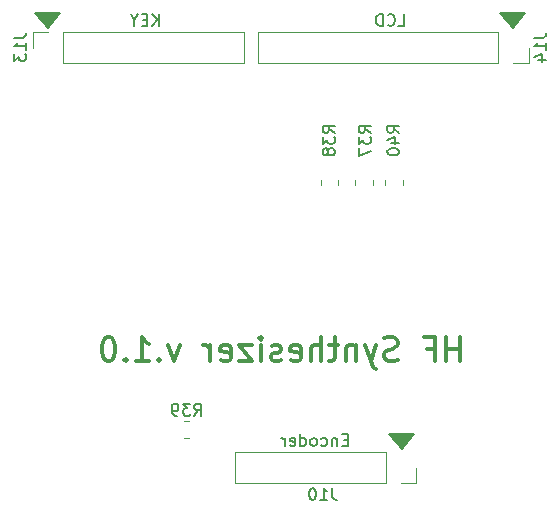
<source format=gbo>
%TF.GenerationSoftware,KiCad,Pcbnew,(6.0.8)*%
%TF.CreationDate,2023-01-11T18:12:54+05:00*%
%TF.ProjectId,SyntPIC,53796e74-5049-4432-9e6b-696361645f70,rev?*%
%TF.SameCoordinates,Original*%
%TF.FileFunction,Legend,Bot*%
%TF.FilePolarity,Positive*%
%FSLAX46Y46*%
G04 Gerber Fmt 4.6, Leading zero omitted, Abs format (unit mm)*
G04 Created by KiCad (PCBNEW (6.0.8)) date 2023-01-11 18:12:54*
%MOMM*%
%LPD*%
G01*
G04 APERTURE LIST*
%ADD10C,0.150000*%
%ADD11C,0.300000*%
%ADD12C,0.120000*%
G04 APERTURE END LIST*
D10*
G36*
X217963378Y-134086870D02*
G01*
X216865000Y-132830600D01*
X219024000Y-132830600D01*
X217963378Y-134086870D01*
G37*
X217963378Y-134086870D02*
X216865000Y-132830600D01*
X219024000Y-132830600D01*
X217963378Y-134086870D01*
G36*
X227361378Y-98435270D02*
G01*
X226263000Y-97179000D01*
X228422000Y-97179000D01*
X227361378Y-98435270D01*
G37*
X227361378Y-98435270D02*
X226263000Y-97179000D01*
X228422000Y-97179000D01*
X227361378Y-98435270D01*
G36*
X187991378Y-98435270D02*
G01*
X186893000Y-97179000D01*
X189052000Y-97179000D01*
X187991378Y-98435270D01*
G37*
X187991378Y-98435270D02*
X186893000Y-97179000D01*
X189052000Y-97179000D01*
X187991378Y-98435270D01*
D11*
X222867238Y-126634761D02*
X222867238Y-124634761D01*
X222867238Y-125587142D02*
X221724380Y-125587142D01*
X221724380Y-126634761D02*
X221724380Y-124634761D01*
X220105333Y-125587142D02*
X220772000Y-125587142D01*
X220772000Y-126634761D02*
X220772000Y-124634761D01*
X219819619Y-124634761D01*
X217629142Y-126539523D02*
X217343428Y-126634761D01*
X216867238Y-126634761D01*
X216676761Y-126539523D01*
X216581523Y-126444285D01*
X216486285Y-126253809D01*
X216486285Y-126063333D01*
X216581523Y-125872857D01*
X216676761Y-125777619D01*
X216867238Y-125682380D01*
X217248190Y-125587142D01*
X217438666Y-125491904D01*
X217533904Y-125396666D01*
X217629142Y-125206190D01*
X217629142Y-125015714D01*
X217533904Y-124825238D01*
X217438666Y-124730000D01*
X217248190Y-124634761D01*
X216772000Y-124634761D01*
X216486285Y-124730000D01*
X215819619Y-125301428D02*
X215343428Y-126634761D01*
X214867238Y-125301428D02*
X215343428Y-126634761D01*
X215533904Y-127110952D01*
X215629142Y-127206190D01*
X215819619Y-127301428D01*
X214105333Y-125301428D02*
X214105333Y-126634761D01*
X214105333Y-125491904D02*
X214010095Y-125396666D01*
X213819619Y-125301428D01*
X213533904Y-125301428D01*
X213343428Y-125396666D01*
X213248190Y-125587142D01*
X213248190Y-126634761D01*
X212581523Y-125301428D02*
X211819619Y-125301428D01*
X212295809Y-124634761D02*
X212295809Y-126349047D01*
X212200571Y-126539523D01*
X212010095Y-126634761D01*
X211819619Y-126634761D01*
X211152952Y-126634761D02*
X211152952Y-124634761D01*
X210295809Y-126634761D02*
X210295809Y-125587142D01*
X210391047Y-125396666D01*
X210581523Y-125301428D01*
X210867238Y-125301428D01*
X211057714Y-125396666D01*
X211152952Y-125491904D01*
X208581523Y-126539523D02*
X208772000Y-126634761D01*
X209152952Y-126634761D01*
X209343428Y-126539523D01*
X209438666Y-126349047D01*
X209438666Y-125587142D01*
X209343428Y-125396666D01*
X209152952Y-125301428D01*
X208772000Y-125301428D01*
X208581523Y-125396666D01*
X208486285Y-125587142D01*
X208486285Y-125777619D01*
X209438666Y-125968095D01*
X207724380Y-126539523D02*
X207533904Y-126634761D01*
X207152952Y-126634761D01*
X206962476Y-126539523D01*
X206867238Y-126349047D01*
X206867238Y-126253809D01*
X206962476Y-126063333D01*
X207152952Y-125968095D01*
X207438666Y-125968095D01*
X207629142Y-125872857D01*
X207724380Y-125682380D01*
X207724380Y-125587142D01*
X207629142Y-125396666D01*
X207438666Y-125301428D01*
X207152952Y-125301428D01*
X206962476Y-125396666D01*
X206010095Y-126634761D02*
X206010095Y-125301428D01*
X206010095Y-124634761D02*
X206105333Y-124730000D01*
X206010095Y-124825238D01*
X205914857Y-124730000D01*
X206010095Y-124634761D01*
X206010095Y-124825238D01*
X205248190Y-125301428D02*
X204200571Y-125301428D01*
X205248190Y-126634761D01*
X204200571Y-126634761D01*
X202676761Y-126539523D02*
X202867238Y-126634761D01*
X203248190Y-126634761D01*
X203438666Y-126539523D01*
X203533904Y-126349047D01*
X203533904Y-125587142D01*
X203438666Y-125396666D01*
X203248190Y-125301428D01*
X202867238Y-125301428D01*
X202676761Y-125396666D01*
X202581523Y-125587142D01*
X202581523Y-125777619D01*
X203533904Y-125968095D01*
X201724380Y-126634761D02*
X201724380Y-125301428D01*
X201724380Y-125682380D02*
X201629142Y-125491904D01*
X201533904Y-125396666D01*
X201343428Y-125301428D01*
X201152952Y-125301428D01*
X199152952Y-125301428D02*
X198676761Y-126634761D01*
X198200571Y-125301428D01*
X197438666Y-126444285D02*
X197343428Y-126539523D01*
X197438666Y-126634761D01*
X197533904Y-126539523D01*
X197438666Y-126444285D01*
X197438666Y-126634761D01*
X195438666Y-126634761D02*
X196581523Y-126634761D01*
X196010095Y-126634761D02*
X196010095Y-124634761D01*
X196200571Y-124920476D01*
X196391047Y-125110952D01*
X196581523Y-125206190D01*
X194581523Y-126444285D02*
X194486285Y-126539523D01*
X194581523Y-126634761D01*
X194676761Y-126539523D01*
X194581523Y-126444285D01*
X194581523Y-126634761D01*
X193248190Y-124634761D02*
X193057714Y-124634761D01*
X192867238Y-124730000D01*
X192772000Y-124825238D01*
X192676761Y-125015714D01*
X192581523Y-125396666D01*
X192581523Y-125872857D01*
X192676761Y-126253809D01*
X192772000Y-126444285D01*
X192867238Y-126539523D01*
X193057714Y-126634761D01*
X193248190Y-126634761D01*
X193438666Y-126539523D01*
X193533904Y-126444285D01*
X193629142Y-126253809D01*
X193724380Y-125872857D01*
X193724380Y-125396666D01*
X193629142Y-125015714D01*
X193533904Y-124825238D01*
X193438666Y-124730000D01*
X193248190Y-124634761D01*
D10*
%TO.C,R37*%
X215336380Y-107307142D02*
X214860190Y-106973809D01*
X215336380Y-106735714D02*
X214336380Y-106735714D01*
X214336380Y-107116666D01*
X214384000Y-107211904D01*
X214431619Y-107259523D01*
X214526857Y-107307142D01*
X214669714Y-107307142D01*
X214764952Y-107259523D01*
X214812571Y-107211904D01*
X214860190Y-107116666D01*
X214860190Y-106735714D01*
X214336380Y-107640476D02*
X214336380Y-108259523D01*
X214717333Y-107926190D01*
X214717333Y-108069047D01*
X214764952Y-108164285D01*
X214812571Y-108211904D01*
X214907809Y-108259523D01*
X215145904Y-108259523D01*
X215241142Y-108211904D01*
X215288761Y-108164285D01*
X215336380Y-108069047D01*
X215336380Y-107783333D01*
X215288761Y-107688095D01*
X215241142Y-107640476D01*
X214336380Y-108592857D02*
X214336380Y-109259523D01*
X215336380Y-108830952D01*
%TO.C,J13*%
X185158380Y-99290476D02*
X185872666Y-99290476D01*
X186015523Y-99242857D01*
X186110761Y-99147619D01*
X186158380Y-99004761D01*
X186158380Y-98909523D01*
X186158380Y-100290476D02*
X186158380Y-99719047D01*
X186158380Y-100004761D02*
X185158380Y-100004761D01*
X185301238Y-99909523D01*
X185396476Y-99814285D01*
X185444095Y-99719047D01*
X185158380Y-100623809D02*
X185158380Y-101242857D01*
X185539333Y-100909523D01*
X185539333Y-101052380D01*
X185586952Y-101147619D01*
X185634571Y-101195238D01*
X185729809Y-101242857D01*
X185967904Y-101242857D01*
X186063142Y-101195238D01*
X186110761Y-101147619D01*
X186158380Y-101052380D01*
X186158380Y-100766666D01*
X186110761Y-100671428D01*
X186063142Y-100623809D01*
X197433857Y-98266380D02*
X197433857Y-97266380D01*
X196862428Y-98266380D02*
X197291000Y-97694952D01*
X196862428Y-97266380D02*
X197433857Y-97837809D01*
X196433857Y-97742571D02*
X196100523Y-97742571D01*
X195957666Y-98266380D02*
X196433857Y-98266380D01*
X196433857Y-97266380D01*
X195957666Y-97266380D01*
X195338619Y-97790190D02*
X195338619Y-98266380D01*
X195671952Y-97266380D02*
X195338619Y-97790190D01*
X195005285Y-97266380D01*
%TO.C,R38*%
X212288380Y-107307142D02*
X211812190Y-106973809D01*
X212288380Y-106735714D02*
X211288380Y-106735714D01*
X211288380Y-107116666D01*
X211336000Y-107211904D01*
X211383619Y-107259523D01*
X211478857Y-107307142D01*
X211621714Y-107307142D01*
X211716952Y-107259523D01*
X211764571Y-107211904D01*
X211812190Y-107116666D01*
X211812190Y-106735714D01*
X211288380Y-107640476D02*
X211288380Y-108259523D01*
X211669333Y-107926190D01*
X211669333Y-108069047D01*
X211716952Y-108164285D01*
X211764571Y-108211904D01*
X211859809Y-108259523D01*
X212097904Y-108259523D01*
X212193142Y-108211904D01*
X212240761Y-108164285D01*
X212288380Y-108069047D01*
X212288380Y-107783333D01*
X212240761Y-107688095D01*
X212193142Y-107640476D01*
X211716952Y-108830952D02*
X211669333Y-108735714D01*
X211621714Y-108688095D01*
X211526476Y-108640476D01*
X211478857Y-108640476D01*
X211383619Y-108688095D01*
X211336000Y-108735714D01*
X211288380Y-108830952D01*
X211288380Y-109021428D01*
X211336000Y-109116666D01*
X211383619Y-109164285D01*
X211478857Y-109211904D01*
X211526476Y-109211904D01*
X211621714Y-109164285D01*
X211669333Y-109116666D01*
X211716952Y-109021428D01*
X211716952Y-108830952D01*
X211764571Y-108735714D01*
X211812190Y-108688095D01*
X211907428Y-108640476D01*
X212097904Y-108640476D01*
X212193142Y-108688095D01*
X212240761Y-108735714D01*
X212288380Y-108830952D01*
X212288380Y-109021428D01*
X212240761Y-109116666D01*
X212193142Y-109164285D01*
X212097904Y-109211904D01*
X211907428Y-109211904D01*
X211812190Y-109164285D01*
X211764571Y-109116666D01*
X211716952Y-109021428D01*
%TO.C,J14*%
X229188380Y-99290476D02*
X229902666Y-99290476D01*
X230045523Y-99242857D01*
X230140761Y-99147619D01*
X230188380Y-99004761D01*
X230188380Y-98909523D01*
X230188380Y-100290476D02*
X230188380Y-99719047D01*
X230188380Y-100004761D02*
X229188380Y-100004761D01*
X229331238Y-99909523D01*
X229426476Y-99814285D01*
X229474095Y-99719047D01*
X229521714Y-101147619D02*
X230188380Y-101147619D01*
X229140761Y-100909523D02*
X229855047Y-100671428D01*
X229855047Y-101290476D01*
X217682476Y-98266380D02*
X218158666Y-98266380D01*
X218158666Y-97266380D01*
X216777714Y-98171142D02*
X216825333Y-98218761D01*
X216968190Y-98266380D01*
X217063428Y-98266380D01*
X217206285Y-98218761D01*
X217301523Y-98123523D01*
X217349142Y-98028285D01*
X217396761Y-97837809D01*
X217396761Y-97694952D01*
X217349142Y-97504476D01*
X217301523Y-97409238D01*
X217206285Y-97314000D01*
X217063428Y-97266380D01*
X216968190Y-97266380D01*
X216825333Y-97314000D01*
X216777714Y-97361619D01*
X216349142Y-98266380D02*
X216349142Y-97266380D01*
X216111047Y-97266380D01*
X215968190Y-97314000D01*
X215872952Y-97409238D01*
X215825333Y-97504476D01*
X215777714Y-97694952D01*
X215777714Y-97837809D01*
X215825333Y-98028285D01*
X215872952Y-98123523D01*
X215968190Y-98218761D01*
X216111047Y-98266380D01*
X216349142Y-98266380D01*
%TO.C,J10*%
X212086523Y-137398380D02*
X212086523Y-138112666D01*
X212134142Y-138255523D01*
X212229380Y-138350761D01*
X212372238Y-138398380D01*
X212467476Y-138398380D01*
X211086523Y-138398380D02*
X211657952Y-138398380D01*
X211372238Y-138398380D02*
X211372238Y-137398380D01*
X211467476Y-137541238D01*
X211562714Y-137636476D01*
X211657952Y-137684095D01*
X210467476Y-137398380D02*
X210372238Y-137398380D01*
X210277000Y-137446000D01*
X210229380Y-137493619D01*
X210181761Y-137588857D01*
X210134142Y-137779333D01*
X210134142Y-138017428D01*
X210181761Y-138207904D01*
X210229380Y-138303142D01*
X210277000Y-138350761D01*
X210372238Y-138398380D01*
X210467476Y-138398380D01*
X210562714Y-138350761D01*
X210610333Y-138303142D01*
X210657952Y-138207904D01*
X210705571Y-138017428D01*
X210705571Y-137779333D01*
X210657952Y-137588857D01*
X210610333Y-137493619D01*
X210562714Y-137446000D01*
X210467476Y-137398380D01*
X213380095Y-133302571D02*
X213046761Y-133302571D01*
X212903904Y-133826380D02*
X213380095Y-133826380D01*
X213380095Y-132826380D01*
X212903904Y-132826380D01*
X212475333Y-133159714D02*
X212475333Y-133826380D01*
X212475333Y-133254952D02*
X212427714Y-133207333D01*
X212332476Y-133159714D01*
X212189619Y-133159714D01*
X212094380Y-133207333D01*
X212046761Y-133302571D01*
X212046761Y-133826380D01*
X211142000Y-133778761D02*
X211237238Y-133826380D01*
X211427714Y-133826380D01*
X211522952Y-133778761D01*
X211570571Y-133731142D01*
X211618190Y-133635904D01*
X211618190Y-133350190D01*
X211570571Y-133254952D01*
X211522952Y-133207333D01*
X211427714Y-133159714D01*
X211237238Y-133159714D01*
X211142000Y-133207333D01*
X210570571Y-133826380D02*
X210665809Y-133778761D01*
X210713428Y-133731142D01*
X210761047Y-133635904D01*
X210761047Y-133350190D01*
X210713428Y-133254952D01*
X210665809Y-133207333D01*
X210570571Y-133159714D01*
X210427714Y-133159714D01*
X210332476Y-133207333D01*
X210284857Y-133254952D01*
X210237238Y-133350190D01*
X210237238Y-133635904D01*
X210284857Y-133731142D01*
X210332476Y-133778761D01*
X210427714Y-133826380D01*
X210570571Y-133826380D01*
X209380095Y-133826380D02*
X209380095Y-132826380D01*
X209380095Y-133778761D02*
X209475333Y-133826380D01*
X209665809Y-133826380D01*
X209761047Y-133778761D01*
X209808666Y-133731142D01*
X209856285Y-133635904D01*
X209856285Y-133350190D01*
X209808666Y-133254952D01*
X209761047Y-133207333D01*
X209665809Y-133159714D01*
X209475333Y-133159714D01*
X209380095Y-133207333D01*
X208522952Y-133778761D02*
X208618190Y-133826380D01*
X208808666Y-133826380D01*
X208903904Y-133778761D01*
X208951523Y-133683523D01*
X208951523Y-133302571D01*
X208903904Y-133207333D01*
X208808666Y-133159714D01*
X208618190Y-133159714D01*
X208522952Y-133207333D01*
X208475333Y-133302571D01*
X208475333Y-133397809D01*
X208951523Y-133493047D01*
X208046761Y-133826380D02*
X208046761Y-133159714D01*
X208046761Y-133350190D02*
X207999142Y-133254952D01*
X207951523Y-133207333D01*
X207856285Y-133159714D01*
X207761047Y-133159714D01*
%TO.C,R40*%
X217749380Y-107307142D02*
X217273190Y-106973809D01*
X217749380Y-106735714D02*
X216749380Y-106735714D01*
X216749380Y-107116666D01*
X216797000Y-107211904D01*
X216844619Y-107259523D01*
X216939857Y-107307142D01*
X217082714Y-107307142D01*
X217177952Y-107259523D01*
X217225571Y-107211904D01*
X217273190Y-107116666D01*
X217273190Y-106735714D01*
X217082714Y-108164285D02*
X217749380Y-108164285D01*
X216701761Y-107926190D02*
X217416047Y-107688095D01*
X217416047Y-108307142D01*
X216749380Y-108878571D02*
X216749380Y-108973809D01*
X216797000Y-109069047D01*
X216844619Y-109116666D01*
X216939857Y-109164285D01*
X217130333Y-109211904D01*
X217368428Y-109211904D01*
X217558904Y-109164285D01*
X217654142Y-109116666D01*
X217701761Y-109069047D01*
X217749380Y-108973809D01*
X217749380Y-108878571D01*
X217701761Y-108783333D01*
X217654142Y-108735714D01*
X217558904Y-108688095D01*
X217368428Y-108640476D01*
X217130333Y-108640476D01*
X216939857Y-108688095D01*
X216844619Y-108735714D01*
X216797000Y-108783333D01*
X216749380Y-108878571D01*
%TO.C,R39*%
X200397857Y-131263380D02*
X200731190Y-130787190D01*
X200969285Y-131263380D02*
X200969285Y-130263380D01*
X200588333Y-130263380D01*
X200493095Y-130311000D01*
X200445476Y-130358619D01*
X200397857Y-130453857D01*
X200397857Y-130596714D01*
X200445476Y-130691952D01*
X200493095Y-130739571D01*
X200588333Y-130787190D01*
X200969285Y-130787190D01*
X200064523Y-130263380D02*
X199445476Y-130263380D01*
X199778809Y-130644333D01*
X199635952Y-130644333D01*
X199540714Y-130691952D01*
X199493095Y-130739571D01*
X199445476Y-130834809D01*
X199445476Y-131072904D01*
X199493095Y-131168142D01*
X199540714Y-131215761D01*
X199635952Y-131263380D01*
X199921666Y-131263380D01*
X200016904Y-131215761D01*
X200064523Y-131168142D01*
X198969285Y-131263380D02*
X198778809Y-131263380D01*
X198683571Y-131215761D01*
X198635952Y-131168142D01*
X198540714Y-131025285D01*
X198493095Y-130834809D01*
X198493095Y-130453857D01*
X198540714Y-130358619D01*
X198588333Y-130311000D01*
X198683571Y-130263380D01*
X198874047Y-130263380D01*
X198969285Y-130311000D01*
X199016904Y-130358619D01*
X199064523Y-130453857D01*
X199064523Y-130691952D01*
X199016904Y-130787190D01*
X198969285Y-130834809D01*
X198874047Y-130882428D01*
X198683571Y-130882428D01*
X198588333Y-130834809D01*
X198540714Y-130787190D01*
X198493095Y-130691952D01*
D12*
%TO.C,R37*%
X215492000Y-111749064D02*
X215492000Y-111294936D01*
X214022000Y-111749064D02*
X214022000Y-111294936D01*
%TO.C,J13*%
X189306000Y-101430000D02*
X204606000Y-101430000D01*
X189306000Y-98770000D02*
X204606000Y-98770000D01*
X189306000Y-98770000D02*
X189306000Y-101430000D01*
X188036000Y-98770000D02*
X186706000Y-98770000D01*
X204606000Y-98770000D02*
X204606000Y-101430000D01*
X186706000Y-98770000D02*
X186706000Y-100100000D01*
%TO.C,R38*%
X212571000Y-111749064D02*
X212571000Y-111294936D01*
X211101000Y-111749064D02*
X211101000Y-111294936D01*
%TO.C,J14*%
X226136000Y-101430000D02*
X205756000Y-101430000D01*
X205756000Y-101430000D02*
X205756000Y-98770000D01*
X228736000Y-101430000D02*
X228736000Y-100100000D01*
X226136000Y-101430000D02*
X226136000Y-98770000D01*
X226136000Y-98770000D02*
X205756000Y-98770000D01*
X227406000Y-101430000D02*
X228736000Y-101430000D01*
%TO.C,J10*%
X216611000Y-134330000D02*
X203851000Y-134330000D01*
X219211000Y-136990000D02*
X219211000Y-135660000D01*
X217881000Y-136990000D02*
X219211000Y-136990000D01*
X216611000Y-136990000D02*
X203851000Y-136990000D01*
X216611000Y-136990000D02*
X216611000Y-134330000D01*
X203851000Y-136990000D02*
X203851000Y-134330000D01*
%TO.C,R40*%
X218032000Y-111749064D02*
X218032000Y-111294936D01*
X216562000Y-111749064D02*
X216562000Y-111294936D01*
%TO.C,R39*%
X199982064Y-131726000D02*
X199527936Y-131726000D01*
X199982064Y-133196000D02*
X199527936Y-133196000D01*
%TD*%
M02*

</source>
